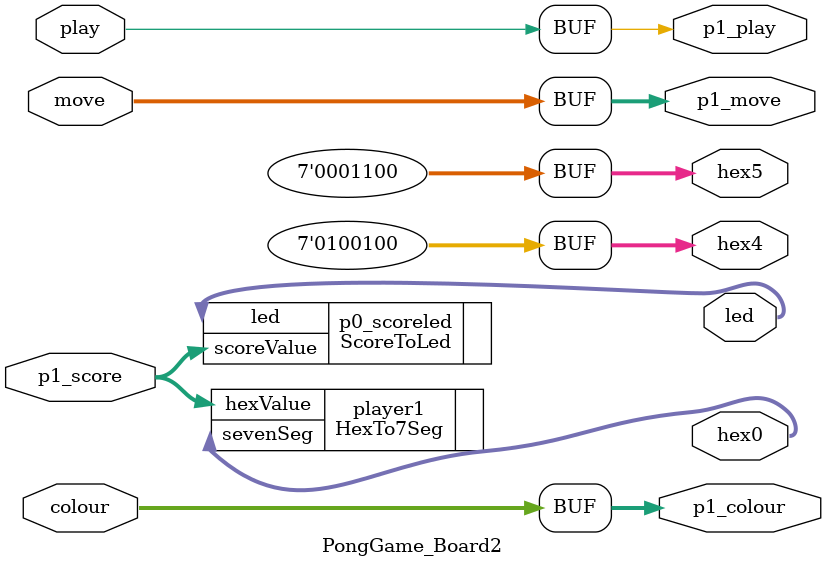
<source format=sv>
/*
 * PongGame_Board2.sv
 *
 * Created on: 12 Apr 2018
 *  Authors:
 * 
 *      Azeem Oguntola  SID: 201162945
 *      Chima Nnadika   SID: 201077064
 * ---------------------------------------------------------------------
 * Description
 * ---------------------------------------------------------------------
 * This is a two-board two-player pong game built in behavioural Verilog HDL.
 * 
 * It uses VGA 640 x 480 and requires two DE1-SoC boards; one for each player.
 * Interboard communication is achieved using the GPIO pins.
 *
 * The game can also be reconfigured to run on a single board.
 * 
 * This is the project for Board 2 
 * 
 *
 */

module PongGame_Board2 (
    // Declare input and output ports //

    // player1 input signals from GPIO
    

    // player1 output signals to GPIO    
    output [1:0] p1_move,    // to GPIO
    output [2:0] p1_colour,  // to GPIO
    output p1_play,           // to GPIO

    // player1 input signal from GPIO
    input [3:0] p1_score,
        
    //player1 input from keys and switches
    input [1:0] move,
    input [2:0] colour,
    input play,
    
    // player1 score output on hex
    output [6:0] hex0,
    output [6:0] hex5,
    output [6:0] hex4,
    
    // player1 score output on LEDs
    output [9:0] led

);


    // -- Assign GPIO outputs to board inputs
    
    assign p1_move = move;
    assign p1_colour = colour;
    assign p1_play = play;

    // -- Display P2 on 7 segment for player1
    assign hex5 = 7'b0001100;   // display 'P' on hex5
    assign hex4 = 7'b0100100;   // display '2' on hex 4    

    // -- Player1 score display on Hex --
    // Displays the score of player 0 on the 7segment displays
    HexTo7Seg #(
        .INVERT_OUTPUT(1)
    )player1(
        .hexValue(p1_score),
        .sevenSeg(hex0)
    );

    // -- Player1 score display on Led --    
    ScoreToLed p0_scoreled (
        .scoreValue(p1_score),
        .led(led)
    );    
    
endmodule
</source>
